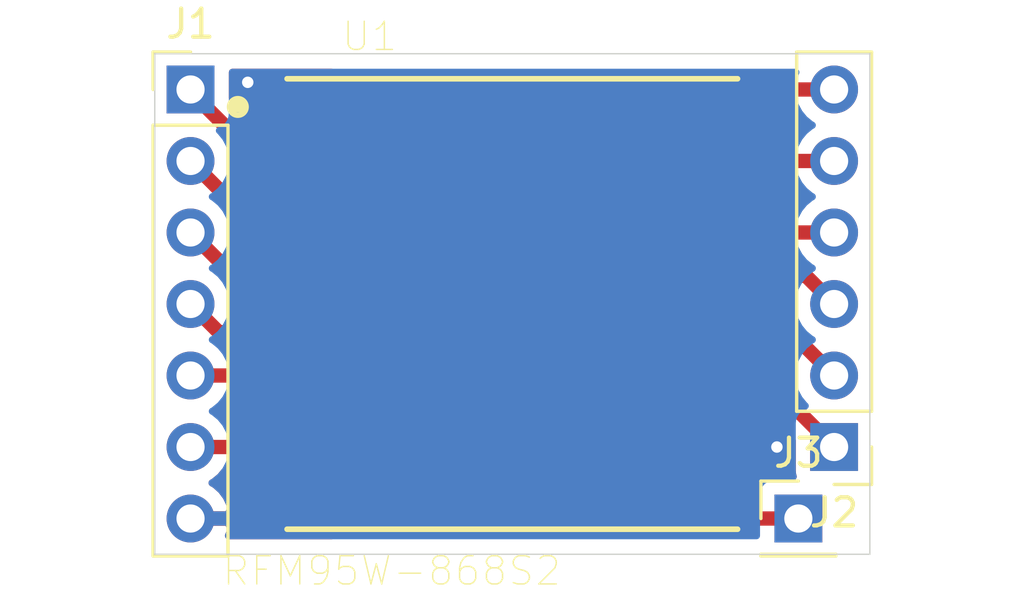
<source format=kicad_pcb>
(kicad_pcb (version 20171130) (host pcbnew "(5.1.0)-1")

  (general
    (thickness 1.6)
    (drawings 4)
    (tracks 38)
    (zones 0)
    (modules 4)
    (nets 15)
  )

  (page A4)
  (layers
    (0 F.Cu signal)
    (31 B.Cu signal)
    (32 B.Adhes user)
    (33 F.Adhes user)
    (34 B.Paste user)
    (35 F.Paste user)
    (36 B.SilkS user)
    (37 F.SilkS user)
    (38 B.Mask user)
    (39 F.Mask user)
    (40 Dwgs.User user)
    (41 Cmts.User user)
    (42 Eco1.User user)
    (43 Eco2.User user)
    (44 Edge.Cuts user)
    (45 Margin user)
    (46 B.CrtYd user)
    (47 F.CrtYd user)
    (48 B.Fab user)
    (49 F.Fab user)
  )

  (setup
    (last_trace_width 0.508)
    (trace_clearance 0.508)
    (zone_clearance 0.508)
    (zone_45_only no)
    (trace_min 0.381)
    (via_size 0.9144)
    (via_drill 0.4064)
    (via_min_size 0.889)
    (via_min_drill 0.381)
    (uvia_size 0.889)
    (uvia_drill 0.381)
    (uvias_allowed no)
    (uvia_min_size 0.889)
    (uvia_min_drill 0.381)
    (edge_width 0.05)
    (segment_width 0.2)
    (pcb_text_width 0.3)
    (pcb_text_size 1.5 1.5)
    (mod_edge_width 0.12)
    (mod_text_size 1 1)
    (mod_text_width 0.15)
    (pad_size 1.7 1.7)
    (pad_drill 1)
    (pad_to_mask_clearance 0.051)
    (solder_mask_min_width 0.25)
    (aux_axis_origin 0 0)
    (visible_elements FFFFFF7F)
    (pcbplotparams
      (layerselection 0x01000_ffffffff)
      (usegerberextensions false)
      (usegerberattributes false)
      (usegerberadvancedattributes false)
      (creategerberjobfile false)
      (excludeedgelayer true)
      (linewidth 0.100000)
      (plotframeref false)
      (viasonmask false)
      (mode 1)
      (useauxorigin false)
      (hpglpennumber 1)
      (hpglpenspeed 20)
      (hpglpendiameter 15.000000)
      (psnegative false)
      (psa4output false)
      (plotreference true)
      (plotvalue true)
      (plotinvisibletext false)
      (padsonsilk false)
      (subtractmaskfromsilk false)
      (outputformat 1)
      (mirror false)
      (drillshape 0)
      (scaleselection 1)
      (outputdirectory "gerbers/"))
  )

  (net 0 "")
  (net 1 "Net-(J1-Pad1)")
  (net 2 /MOSI)
  (net 3 "Net-(J1-Pad3)")
  (net 4 "Net-(J1-Pad4)")
  (net 5 "Net-(J1-Pad5)")
  (net 6 "Net-(J1-Pad6)")
  (net 7 GND)
  (net 8 "Net-(J2-Pad1)")
  (net 9 "Net-(J2-Pad2)")
  (net 10 VCC)
  (net 11 "Net-(J2-Pad4)")
  (net 12 "Net-(J2-Pad5)")
  (net 13 "Net-(J2-Pad6)")
  (net 14 "Net-(J3-Pad1)")

  (net_class Default "This is the default net class."
    (clearance 0.508)
    (trace_width 0.508)
    (via_dia 0.9144)
    (via_drill 0.4064)
    (uvia_dia 0.889)
    (uvia_drill 0.381)
    (diff_pair_width 0.508)
    (diff_pair_gap 0.508)
    (add_net /MOSI)
    (add_net GND)
    (add_net "Net-(J1-Pad1)")
    (add_net "Net-(J1-Pad3)")
    (add_net "Net-(J1-Pad4)")
    (add_net "Net-(J1-Pad5)")
    (add_net "Net-(J1-Pad6)")
    (add_net "Net-(J2-Pad1)")
    (add_net "Net-(J2-Pad2)")
    (add_net "Net-(J2-Pad4)")
    (add_net "Net-(J2-Pad5)")
    (add_net "Net-(J2-Pad6)")
    (add_net "Net-(J3-Pad1)")
    (add_net VCC)
  )

  (module Connector_PinHeader_2.54mm:PinHeader_1x07_P2.54mm_Vertical (layer F.Cu) (tedit 59FED5CC) (tstamp 5CB52C3F)
    (at 127 76.2)
    (descr "Through hole straight pin header, 1x07, 2.54mm pitch, single row")
    (tags "Through hole pin header THT 1x07 2.54mm single row")
    (path /5CB515F1)
    (fp_text reference J1 (at 0 -2.33) (layer F.SilkS)
      (effects (font (size 1 1) (thickness 0.15)))
    )
    (fp_text value Conn_01x07_Male (at 0 17.57) (layer F.Fab)
      (effects (font (size 1 1) (thickness 0.15)))
    )
    (fp_line (start -0.635 -1.27) (end 1.27 -1.27) (layer F.Fab) (width 0.1))
    (fp_line (start 1.27 -1.27) (end 1.27 16.51) (layer F.Fab) (width 0.1))
    (fp_line (start 1.27 16.51) (end -1.27 16.51) (layer F.Fab) (width 0.1))
    (fp_line (start -1.27 16.51) (end -1.27 -0.635) (layer F.Fab) (width 0.1))
    (fp_line (start -1.27 -0.635) (end -0.635 -1.27) (layer F.Fab) (width 0.1))
    (fp_line (start -1.33 16.57) (end 1.33 16.57) (layer F.SilkS) (width 0.12))
    (fp_line (start -1.33 1.27) (end -1.33 16.57) (layer F.SilkS) (width 0.12))
    (fp_line (start 1.33 1.27) (end 1.33 16.57) (layer F.SilkS) (width 0.12))
    (fp_line (start -1.33 1.27) (end 1.33 1.27) (layer F.SilkS) (width 0.12))
    (fp_line (start -1.33 0) (end -1.33 -1.33) (layer F.SilkS) (width 0.12))
    (fp_line (start -1.33 -1.33) (end 0 -1.33) (layer F.SilkS) (width 0.12))
    (fp_line (start -1.8 -1.8) (end -1.8 17.05) (layer F.CrtYd) (width 0.05))
    (fp_line (start -1.8 17.05) (end 1.8 17.05) (layer F.CrtYd) (width 0.05))
    (fp_line (start 1.8 17.05) (end 1.8 -1.8) (layer F.CrtYd) (width 0.05))
    (fp_line (start 1.8 -1.8) (end -1.8 -1.8) (layer F.CrtYd) (width 0.05))
    (fp_text user %R (at 0 7.62 90) (layer F.Fab)
      (effects (font (size 1 1) (thickness 0.15)))
    )
    (pad 1 thru_hole rect (at 0 0) (size 1.7 1.7) (drill 1) (layers *.Cu *.Mask)
      (net 1 "Net-(J1-Pad1)"))
    (pad 2 thru_hole oval (at 0 2.54) (size 1.7 1.7) (drill 1) (layers *.Cu *.Mask)
      (net 2 /MOSI))
    (pad 3 thru_hole oval (at 0 5.08) (size 1.7 1.7) (drill 1) (layers *.Cu *.Mask)
      (net 3 "Net-(J1-Pad3)"))
    (pad 4 thru_hole oval (at 0 7.62) (size 1.7 1.7) (drill 1) (layers *.Cu *.Mask)
      (net 4 "Net-(J1-Pad4)"))
    (pad 5 thru_hole oval (at 0 10.16) (size 1.7 1.7) (drill 1) (layers *.Cu *.Mask)
      (net 5 "Net-(J1-Pad5)"))
    (pad 6 thru_hole oval (at 0 12.7) (size 1.7 1.7) (drill 1) (layers *.Cu *.Mask)
      (net 6 "Net-(J1-Pad6)"))
    (pad 7 thru_hole oval (at 0 15.24) (size 1.7 1.7) (drill 1) (layers *.Cu *.Mask)
      (net 7 GND))
    (model ${KISYS3DMOD}/Connector_PinHeader_2.54mm.3dshapes/PinHeader_1x07_P2.54mm_Vertical.wrl
      (at (xyz 0 0 0))
      (scale (xyz 1 1 1))
      (rotate (xyz 0 0 0))
    )
  )

  (module Connector_PinHeader_2.54mm:PinHeader_1x06_P2.54mm_Vertical (layer F.Cu) (tedit 59FED5CC) (tstamp 5CB52B4F)
    (at 149.86 88.9 180)
    (descr "Through hole straight pin header, 1x06, 2.54mm pitch, single row")
    (tags "Through hole pin header THT 1x06 2.54mm single row")
    (path /5CB4FED9)
    (fp_text reference J2 (at 0 -2.33 180) (layer F.SilkS)
      (effects (font (size 1 1) (thickness 0.15)))
    )
    (fp_text value Conn_01x06_Male (at 0 15.03 180) (layer F.Fab)
      (effects (font (size 1 1) (thickness 0.15)))
    )
    (fp_line (start -0.635 -1.27) (end 1.27 -1.27) (layer F.Fab) (width 0.1))
    (fp_line (start 1.27 -1.27) (end 1.27 13.97) (layer F.Fab) (width 0.1))
    (fp_line (start 1.27 13.97) (end -1.27 13.97) (layer F.Fab) (width 0.1))
    (fp_line (start -1.27 13.97) (end -1.27 -0.635) (layer F.Fab) (width 0.1))
    (fp_line (start -1.27 -0.635) (end -0.635 -1.27) (layer F.Fab) (width 0.1))
    (fp_line (start -1.33 14.03) (end 1.33 14.03) (layer F.SilkS) (width 0.12))
    (fp_line (start -1.33 1.27) (end -1.33 14.03) (layer F.SilkS) (width 0.12))
    (fp_line (start 1.33 1.27) (end 1.33 14.03) (layer F.SilkS) (width 0.12))
    (fp_line (start -1.33 1.27) (end 1.33 1.27) (layer F.SilkS) (width 0.12))
    (fp_line (start -1.33 0) (end -1.33 -1.33) (layer F.SilkS) (width 0.12))
    (fp_line (start -1.33 -1.33) (end 0 -1.33) (layer F.SilkS) (width 0.12))
    (fp_line (start -1.8 -1.8) (end -1.8 14.5) (layer F.CrtYd) (width 0.05))
    (fp_line (start -1.8 14.5) (end 1.8 14.5) (layer F.CrtYd) (width 0.05))
    (fp_line (start 1.8 14.5) (end 1.8 -1.8) (layer F.CrtYd) (width 0.05))
    (fp_line (start 1.8 -1.8) (end -1.8 -1.8) (layer F.CrtYd) (width 0.05))
    (fp_text user %R (at 0 6.35 270) (layer F.Fab)
      (effects (font (size 1 1) (thickness 0.15)))
    )
    (pad 1 thru_hole rect (at 0 0 180) (size 1.7 1.7) (drill 1) (layers *.Cu *.Mask)
      (net 8 "Net-(J2-Pad1)"))
    (pad 2 thru_hole oval (at 0 2.54 180) (size 1.7 1.7) (drill 1) (layers *.Cu *.Mask)
      (net 9 "Net-(J2-Pad2)"))
    (pad 3 thru_hole oval (at 0 5.08 180) (size 1.7 1.7) (drill 1) (layers *.Cu *.Mask)
      (net 10 VCC))
    (pad 4 thru_hole oval (at 0 7.62 180) (size 1.7 1.7) (drill 1) (layers *.Cu *.Mask)
      (net 11 "Net-(J2-Pad4)"))
    (pad 5 thru_hole oval (at 0 10.16 180) (size 1.7 1.7) (drill 1) (layers *.Cu *.Mask)
      (net 12 "Net-(J2-Pad5)"))
    (pad 6 thru_hole oval (at 0 12.7 180) (size 1.7 1.7) (drill 1) (layers *.Cu *.Mask)
      (net 13 "Net-(J2-Pad6)"))
    (model ${KISYS3DMOD}/Connector_PinHeader_2.54mm.3dshapes/PinHeader_1x06_P2.54mm_Vertical.wrl
      (at (xyz 0 0 0))
      (scale (xyz 1 1 1))
      (rotate (xyz 0 0 0))
    )
  )

  (module Connector_PinHeader_2.54mm:PinHeader_1x01_P2.54mm_Vertical (layer F.Cu) (tedit 59FED5CC) (tstamp 5CB529EA)
    (at 148.59 91.44)
    (descr "Through hole straight pin header, 1x01, 2.54mm pitch, single row")
    (tags "Through hole pin header THT 1x01 2.54mm single row")
    (path /5CB4EEA3)
    (fp_text reference J3 (at 0 -2.33) (layer F.SilkS)
      (effects (font (size 1 1) (thickness 0.15)))
    )
    (fp_text value Conn_01x01_Male (at 0 2.33) (layer F.Fab)
      (effects (font (size 1 1) (thickness 0.15)))
    )
    (fp_line (start -0.635 -1.27) (end 1.27 -1.27) (layer F.Fab) (width 0.1))
    (fp_line (start 1.27 -1.27) (end 1.27 1.27) (layer F.Fab) (width 0.1))
    (fp_line (start 1.27 1.27) (end -1.27 1.27) (layer F.Fab) (width 0.1))
    (fp_line (start -1.27 1.27) (end -1.27 -0.635) (layer F.Fab) (width 0.1))
    (fp_line (start -1.27 -0.635) (end -0.635 -1.27) (layer F.Fab) (width 0.1))
    (fp_line (start -1.33 1.33) (end 1.33 1.33) (layer F.SilkS) (width 0.12))
    (fp_line (start -1.33 1.27) (end -1.33 1.33) (layer F.SilkS) (width 0.12))
    (fp_line (start 1.33 1.27) (end 1.33 1.33) (layer F.SilkS) (width 0.12))
    (fp_line (start -1.33 1.27) (end 1.33 1.27) (layer F.SilkS) (width 0.12))
    (fp_line (start -1.33 0) (end -1.33 -1.33) (layer F.SilkS) (width 0.12))
    (fp_line (start -1.33 -1.33) (end 0 -1.33) (layer F.SilkS) (width 0.12))
    (fp_line (start -1.8 -1.8) (end -1.8 1.8) (layer F.CrtYd) (width 0.05))
    (fp_line (start -1.8 1.8) (end 1.8 1.8) (layer F.CrtYd) (width 0.05))
    (fp_line (start 1.8 1.8) (end 1.8 -1.8) (layer F.CrtYd) (width 0.05))
    (fp_line (start 1.8 -1.8) (end -1.8 -1.8) (layer F.CrtYd) (width 0.05))
    (fp_text user %R (at 0 0 90) (layer F.Fab)
      (effects (font (size 1 1) (thickness 0.15)))
    )
    (pad 1 thru_hole rect (at 0 0) (size 1.7 1.7) (drill 1) (layers *.Cu *.Mask)
      (net 14 "Net-(J3-Pad1)"))
    (model ${KISYS3DMOD}/Connector_PinHeader_2.54mm.3dshapes/PinHeader_1x01_P2.54mm_Vertical.wrl
      (at (xyz 0 0 0))
      (scale (xyz 1 1 1))
      (rotate (xyz 0 0 0))
    )
  )

  (module RFM95W-868S2:XCVR_RFM95W-868S2 (layer F.Cu) (tedit 0) (tstamp 5CB52FDC)
    (at 138.43 83.82)
    (path /5CB4D65F)
    (attr smd)
    (fp_text reference U1 (at -5.06971 -9.50318) (layer F.SilkS)
      (effects (font (size 1.00191 1.00191) (thickness 0.05)))
    )
    (fp_text value RFM95W-868S2 (at -4.28272 9.48215) (layer F.SilkS)
      (effects (font (size 1.00181 1.00181) (thickness 0.05)))
    )
    (fp_line (start -8 -8) (end 8 -8) (layer F.SilkS) (width 0.2))
    (fp_line (start 8 -8) (end 8 8) (layer Eco2.User) (width 0.2))
    (fp_line (start 8 8) (end -8 8) (layer F.SilkS) (width 0.2))
    (fp_line (start -8 8) (end -8 -8) (layer Eco2.User) (width 0.2))
    (fp_line (start -8.65 -8.25) (end 8.65 -8.25) (layer Eco1.User) (width 0.05))
    (fp_line (start 8.65 -8.25) (end 8.65 8.25) (layer Eco1.User) (width 0.05))
    (fp_line (start 8.65 8.25) (end -8.65 8.25) (layer Eco1.User) (width 0.05))
    (fp_line (start -8.65 8.25) (end -8.65 -8.25) (layer Eco1.User) (width 0.05))
    (fp_circle (center -9.75 -7) (end -9.45845 -7) (layer F.SilkS) (width 0.2))
    (fp_poly (pts (xy -10.0115 -7.2) (xy -9.5 -7.2) (xy -9.5 -6.8078) (xy -10.0115 -6.8078)) (layer F.SilkS) (width 0))
    (pad 1 smd rect (at -7.4 -7) (size 1.95 1.05) (layers F.Cu F.Paste F.Mask)
      (net 7 GND))
    (pad 2 smd rect (at -7.4 -5) (size 1.95 1.05) (layers F.Cu F.Paste F.Mask)
      (net 1 "Net-(J1-Pad1)"))
    (pad 3 smd rect (at -7.4 -3) (size 1.95 1.05) (layers F.Cu F.Paste F.Mask)
      (net 2 /MOSI))
    (pad 4 smd rect (at -7.4 -1) (size 1.95 1.05) (layers F.Cu F.Paste F.Mask)
      (net 3 "Net-(J1-Pad3)"))
    (pad 5 smd rect (at -7.4 1) (size 1.95 1.05) (layers F.Cu F.Paste F.Mask)
      (net 4 "Net-(J1-Pad4)"))
    (pad 6 smd rect (at -7.4 3) (size 1.95 1.05) (layers F.Cu F.Paste F.Mask)
      (net 5 "Net-(J1-Pad5)"))
    (pad 7 smd rect (at -7.4 5) (size 1.95 1.05) (layers F.Cu F.Paste F.Mask)
      (net 6 "Net-(J1-Pad6)"))
    (pad 8 smd rect (at -7.4 7) (size 1.95 1.05) (layers F.Cu F.Paste F.Mask)
      (net 7 GND))
    (pad 9 smd rect (at 7.4 7 180) (size 1.95 1.05) (layers F.Cu F.Paste F.Mask)
      (net 14 "Net-(J3-Pad1)"))
    (pad 10 smd rect (at 7.4 5 180) (size 1.95 1.05) (layers F.Cu F.Paste F.Mask)
      (net 7 GND))
    (pad 11 smd rect (at 7.4 3 180) (size 1.95 1.05) (layers F.Cu F.Paste F.Mask)
      (net 8 "Net-(J2-Pad1)"))
    (pad 12 smd rect (at 7.4 1 180) (size 1.95 1.05) (layers F.Cu F.Paste F.Mask)
      (net 9 "Net-(J2-Pad2)"))
    (pad 13 smd rect (at 7.4 -1 180) (size 1.95 1.05) (layers F.Cu F.Paste F.Mask)
      (net 10 VCC))
    (pad 14 smd rect (at 7.4 -3 180) (size 1.95 1.05) (layers F.Cu F.Paste F.Mask)
      (net 11 "Net-(J2-Pad4)"))
    (pad 15 smd rect (at 7.4 -5 180) (size 1.95 1.05) (layers F.Cu F.Paste F.Mask)
      (net 12 "Net-(J2-Pad5)"))
    (pad 16 smd rect (at 7.4 -7 180) (size 1.95 1.05) (layers F.Cu F.Paste F.Mask)
      (net 13 "Net-(J2-Pad6)"))
  )

  (gr_line (start 125.73 92.71) (end 125.73 74.93) (layer Edge.Cuts) (width 0.05) (tstamp 5CB53040))
  (gr_line (start 151.13 92.71) (end 125.73 92.71) (layer Edge.Cuts) (width 0.05))
  (gr_line (start 151.13 74.93) (end 151.13 92.71) (layer Edge.Cuts) (width 0.05))
  (gr_line (start 125.73 74.93) (end 151.13 74.93) (layer Edge.Cuts) (width 0.05))

  (via (at 147.828 88.9) (size 0.9144) (drill 0.4064) (layers F.Cu B.Cu) (net 7))
  (segment (start 129.547 78.82) (end 131.03 78.82) (width 0.508) (layer F.Cu) (net 1))
  (segment (start 127 76.273) (end 129.547 78.82) (width 0.508) (layer F.Cu) (net 1))
  (segment (start 127 76.2) (end 127 76.273) (width 0.508) (layer F.Cu) (net 1))
  (segment (start 129.08 80.82) (end 131.03 80.82) (width 0.508) (layer F.Cu) (net 2))
  (segment (start 127 78.74) (end 129.08 80.82) (width 0.508) (layer F.Cu) (net 2))
  (segment (start 128.54 82.82) (end 131.03 82.82) (width 0.508) (layer F.Cu) (net 3))
  (segment (start 127 81.28) (end 128.54 82.82) (width 0.508) (layer F.Cu) (net 3))
  (segment (start 128 84.82) (end 131.03 84.82) (width 0.508) (layer F.Cu) (net 4))
  (segment (start 127 83.82) (end 128 84.82) (width 0.508) (layer F.Cu) (net 4))
  (segment (start 131.03 86.82) (end 129.238 86.82) (width 0.508) (layer F.Cu) (net 5))
  (segment (start 128.778 86.36) (end 127 86.36) (width 0.508) (layer F.Cu) (net 5))
  (segment (start 129.238 86.82) (end 128.778 86.36) (width 0.508) (layer F.Cu) (net 5))
  (segment (start 129.547 88.82) (end 129.467 88.9) (width 0.508) (layer F.Cu) (net 6))
  (segment (start 131.03 88.82) (end 129.547 88.82) (width 0.508) (layer F.Cu) (net 6))
  (segment (start 129.467 88.9) (end 127 88.9) (width 0.508) (layer F.Cu) (net 6))
  (segment (start 129.547 90.82) (end 128.927 91.44) (width 0.508) (layer F.Cu) (net 7))
  (segment (start 131.03 90.82) (end 129.547 90.82) (width 0.508) (layer F.Cu) (net 7))
  (segment (start 128.927 91.44) (end 127 91.44) (width 0.508) (layer F.Cu) (net 7))
  (via (at 129.032 75.946) (size 0.9144) (drill 0.4064) (layers F.Cu B.Cu) (net 7))
  (segment (start 147.78 86.82) (end 149.86 88.9) (width 0.508) (layer F.Cu) (net 8))
  (segment (start 145.83 86.82) (end 147.78 86.82) (width 0.508) (layer F.Cu) (net 8))
  (segment (start 148.32 84.82) (end 149.86 86.36) (width 0.508) (layer F.Cu) (net 9))
  (segment (start 145.83 84.82) (end 148.32 84.82) (width 0.508) (layer F.Cu) (net 9))
  (segment (start 148.86 82.82) (end 149.86 83.82) (width 0.508) (layer F.Cu) (net 10))
  (segment (start 145.83 82.82) (end 148.86 82.82) (width 0.508) (layer F.Cu) (net 10))
  (segment (start 145.83 80.82) (end 147.368 80.82) (width 0.508) (layer F.Cu) (net 11))
  (segment (start 147.828 81.28) (end 149.86 81.28) (width 0.508) (layer F.Cu) (net 11))
  (segment (start 147.368 80.82) (end 147.828 81.28) (width 0.508) (layer F.Cu) (net 11))
  (segment (start 145.83 78.82) (end 147.748 78.82) (width 0.508) (layer F.Cu) (net 12))
  (segment (start 147.828 78.74) (end 149.86 78.74) (width 0.508) (layer F.Cu) (net 12))
  (segment (start 147.748 78.82) (end 147.828 78.74) (width 0.508) (layer F.Cu) (net 12))
  (segment (start 145.83 76.82) (end 147.462 76.82) (width 0.508) (layer F.Cu) (net 13))
  (segment (start 148.082 76.2) (end 149.86 76.2) (width 0.508) (layer F.Cu) (net 13))
  (segment (start 147.462 76.82) (end 148.082 76.2) (width 0.508) (layer F.Cu) (net 13))
  (segment (start 145.83 90.82) (end 146.573 90.82) (width 0.508) (layer F.Cu) (net 14))
  (segment (start 147.193 91.44) (end 148.59 91.44) (width 0.508) (layer F.Cu) (net 14))
  (segment (start 146.573 90.82) (end 147.193 91.44) (width 0.508) (layer F.Cu) (net 14))

  (zone (net 0) (net_name "") (layer F.Cu) (tstamp 0) (hatch edge 0.508)
    (connect_pads (clearance 0.508))
    (min_thickness 0.254)
    (keepout (tracks not_allowed) (vias not_allowed) (copperpour not_allowed))
    (fill (arc_segments 32) (thermal_gap 0.508) (thermal_bridge_width 0.508))
    (polygon
      (pts
        (xy 132.08 75.692) (xy 144.78 75.692) (xy 144.78 91.948) (xy 132.08 91.948)
      )
    )
  )
  (zone (net 7) (net_name GND) (layer F.Cu) (tstamp 5CB530CC) (hatch edge 0.508)
    (connect_pads (clearance 0.508))
    (min_thickness 0.254)
    (fill yes (arc_segments 32) (thermal_gap 0.508) (thermal_bridge_width 0.508))
    (polygon
      (pts
        (xy 125.73 74.93) (xy 151.13 74.93) (xy 151.13 92.71) (xy 125.73 92.71)
      )
    )
    (filled_polygon
      (pts
        (xy 129.603815 89.796185) (xy 129.632834 89.82) (xy 129.603815 89.843815) (xy 129.524463 89.940506) (xy 129.465498 90.05082)
        (xy 129.429188 90.170518) (xy 129.416928 90.295) (xy 129.42 90.53425) (xy 129.57875 90.693) (xy 130.903 90.693)
        (xy 130.903 90.673) (xy 131.157 90.673) (xy 131.157 90.693) (xy 131.177 90.693) (xy 131.177 90.947)
        (xy 131.157 90.947) (xy 131.157 91.82125) (xy 131.31575 91.98) (xy 131.9585 91.982865) (xy 131.962667 91.996601)
        (xy 131.974403 92.018557) (xy 131.990197 92.037803) (xy 132.00506 92.05) (xy 128.346383 92.05) (xy 128.396825 91.944099)
        (xy 128.441476 91.79689) (xy 128.320155 91.567) (xy 127.127 91.567) (xy 127.127 91.587) (xy 126.873 91.587)
        (xy 126.873 91.567) (xy 126.853 91.567) (xy 126.853 91.345) (xy 129.416928 91.345) (xy 129.429188 91.469482)
        (xy 129.465498 91.58918) (xy 129.524463 91.699494) (xy 129.603815 91.796185) (xy 129.700506 91.875537) (xy 129.81082 91.934502)
        (xy 129.930518 91.970812) (xy 130.055 91.983072) (xy 130.74425 91.98) (xy 130.903 91.82125) (xy 130.903 90.947)
        (xy 129.57875 90.947) (xy 129.42 91.10575) (xy 129.416928 91.345) (xy 126.853 91.345) (xy 126.853 91.313)
        (xy 126.873 91.313) (xy 126.873 91.293) (xy 127.127 91.293) (xy 127.127 91.313) (xy 128.320155 91.313)
        (xy 128.441476 91.08311) (xy 128.396825 90.935901) (xy 128.271641 90.67308) (xy 128.097588 90.439731) (xy 127.881355 90.244822)
        (xy 127.764477 90.175201) (xy 127.829014 90.140706) (xy 128.055134 89.955134) (xy 128.191477 89.789) (xy 129.42334 89.789)
        (xy 129.467 89.7933) (xy 129.51066 89.789) (xy 129.510667 89.789) (xy 129.591393 89.781049)
      )
    )
    (filled_polygon
      (pts
        (xy 148.371928 88.669164) (xy 148.371928 89.75) (xy 148.384188 89.874482) (xy 148.407681 89.951928) (xy 147.74 89.951928)
        (xy 147.615518 89.964188) (xy 147.49582 90.000498) (xy 147.395503 90.054119) (xy 147.394502 90.05082) (xy 147.335537 89.940506)
        (xy 147.256185 89.843815) (xy 147.227166 89.82) (xy 147.256185 89.796185) (xy 147.335537 89.699494) (xy 147.394502 89.58918)
        (xy 147.430812 89.469482) (xy 147.443072 89.345) (xy 147.44 89.10575) (xy 147.28125 88.947) (xy 145.957 88.947)
        (xy 145.957 88.967) (xy 145.703 88.967) (xy 145.703 88.947) (xy 145.683 88.947) (xy 145.683 88.693)
        (xy 145.703 88.693) (xy 145.703 88.673) (xy 145.957 88.673) (xy 145.957 88.693) (xy 147.28125 88.693)
        (xy 147.44 88.53425) (xy 147.443072 88.295) (xy 147.430812 88.170518) (xy 147.394502 88.05082) (xy 147.335537 87.940506)
        (xy 147.256185 87.843815) (xy 147.227166 87.82) (xy 147.256185 87.796185) (xy 147.327736 87.709) (xy 147.411765 87.709)
      )
    )
    (filled_polygon
      (pts
        (xy 131.990197 75.602197) (xy 131.974403 75.621443) (xy 131.962667 75.643399) (xy 131.9585 75.657135) (xy 131.31575 75.66)
        (xy 131.157 75.81875) (xy 131.157 76.693) (xy 131.177 76.693) (xy 131.177 76.947) (xy 131.157 76.947)
        (xy 131.157 76.967) (xy 130.903 76.967) (xy 130.903 76.947) (xy 129.57875 76.947) (xy 129.42 77.10575)
        (xy 129.416928 77.345) (xy 129.426508 77.442272) (xy 128.488072 76.503837) (xy 128.488072 76.295) (xy 129.416928 76.295)
        (xy 129.42 76.53425) (xy 129.57875 76.693) (xy 130.903 76.693) (xy 130.903 75.81875) (xy 130.74425 75.66)
        (xy 130.055 75.656928) (xy 129.930518 75.669188) (xy 129.81082 75.705498) (xy 129.700506 75.764463) (xy 129.603815 75.843815)
        (xy 129.524463 75.940506) (xy 129.465498 76.05082) (xy 129.429188 76.170518) (xy 129.416928 76.295) (xy 128.488072 76.295)
        (xy 128.488072 75.59) (xy 132.00506 75.59)
      )
    )
  )
  (zone (net 7) (net_name GND) (layer B.Cu) (tstamp 5CB530C9) (hatch edge 0.508)
    (connect_pads (clearance 0.508))
    (min_thickness 0.254)
    (fill yes (arc_segments 32) (thermal_gap 0.508) (thermal_bridge_width 0.508))
    (polygon
      (pts
        (xy 125.73 74.93) (xy 151.13 74.93) (xy 151.13 92.71) (xy 125.73 92.71)
      )
    )
    (filled_polygon
      (pts
        (xy 148.481401 75.628966) (xy 148.396487 75.908889) (xy 148.367815 76.2) (xy 148.396487 76.491111) (xy 148.481401 76.771034)
        (xy 148.619294 77.029014) (xy 148.804866 77.255134) (xy 149.030986 77.440706) (xy 149.085791 77.47) (xy 149.030986 77.499294)
        (xy 148.804866 77.684866) (xy 148.619294 77.910986) (xy 148.481401 78.168966) (xy 148.396487 78.448889) (xy 148.367815 78.74)
        (xy 148.396487 79.031111) (xy 148.481401 79.311034) (xy 148.619294 79.569014) (xy 148.804866 79.795134) (xy 149.030986 79.980706)
        (xy 149.085791 80.01) (xy 149.030986 80.039294) (xy 148.804866 80.224866) (xy 148.619294 80.450986) (xy 148.481401 80.708966)
        (xy 148.396487 80.988889) (xy 148.367815 81.28) (xy 148.396487 81.571111) (xy 148.481401 81.851034) (xy 148.619294 82.109014)
        (xy 148.804866 82.335134) (xy 149.030986 82.520706) (xy 149.085791 82.55) (xy 149.030986 82.579294) (xy 148.804866 82.764866)
        (xy 148.619294 82.990986) (xy 148.481401 83.248966) (xy 148.396487 83.528889) (xy 148.367815 83.82) (xy 148.396487 84.111111)
        (xy 148.481401 84.391034) (xy 148.619294 84.649014) (xy 148.804866 84.875134) (xy 149.030986 85.060706) (xy 149.085791 85.09)
        (xy 149.030986 85.119294) (xy 148.804866 85.304866) (xy 148.619294 85.530986) (xy 148.481401 85.788966) (xy 148.396487 86.068889)
        (xy 148.367815 86.36) (xy 148.396487 86.651111) (xy 148.481401 86.931034) (xy 148.619294 87.189014) (xy 148.804866 87.415134)
        (xy 148.834687 87.439607) (xy 148.76582 87.460498) (xy 148.655506 87.519463) (xy 148.558815 87.598815) (xy 148.479463 87.695506)
        (xy 148.420498 87.80582) (xy 148.384188 87.925518) (xy 148.371928 88.05) (xy 148.371928 89.75) (xy 148.384188 89.874482)
        (xy 148.407681 89.951928) (xy 147.74 89.951928) (xy 147.615518 89.964188) (xy 147.49582 90.000498) (xy 147.385506 90.059463)
        (xy 147.288815 90.138815) (xy 147.209463 90.235506) (xy 147.150498 90.34582) (xy 147.114188 90.465518) (xy 147.101928 90.59)
        (xy 147.101928 92.05) (xy 128.346383 92.05) (xy 128.396825 91.944099) (xy 128.441476 91.79689) (xy 128.320155 91.567)
        (xy 127.127 91.567) (xy 127.127 91.587) (xy 126.873 91.587) (xy 126.873 91.567) (xy 126.853 91.567)
        (xy 126.853 91.313) (xy 126.873 91.313) (xy 126.873 91.293) (xy 127.127 91.293) (xy 127.127 91.313)
        (xy 128.320155 91.313) (xy 128.441476 91.08311) (xy 128.396825 90.935901) (xy 128.271641 90.67308) (xy 128.097588 90.439731)
        (xy 127.881355 90.244822) (xy 127.764477 90.175201) (xy 127.829014 90.140706) (xy 128.055134 89.955134) (xy 128.240706 89.729014)
        (xy 128.378599 89.471034) (xy 128.463513 89.191111) (xy 128.492185 88.9) (xy 128.463513 88.608889) (xy 128.378599 88.328966)
        (xy 128.240706 88.070986) (xy 128.055134 87.844866) (xy 127.829014 87.659294) (xy 127.774209 87.63) (xy 127.829014 87.600706)
        (xy 128.055134 87.415134) (xy 128.240706 87.189014) (xy 128.378599 86.931034) (xy 128.463513 86.651111) (xy 128.492185 86.36)
        (xy 128.463513 86.068889) (xy 128.378599 85.788966) (xy 128.240706 85.530986) (xy 128.055134 85.304866) (xy 127.829014 85.119294)
        (xy 127.774209 85.09) (xy 127.829014 85.060706) (xy 128.055134 84.875134) (xy 128.240706 84.649014) (xy 128.378599 84.391034)
        (xy 128.463513 84.111111) (xy 128.492185 83.82) (xy 128.463513 83.528889) (xy 128.378599 83.248966) (xy 128.240706 82.990986)
        (xy 128.055134 82.764866) (xy 127.829014 82.579294) (xy 127.774209 82.55) (xy 127.829014 82.520706) (xy 128.055134 82.335134)
        (xy 128.240706 82.109014) (xy 128.378599 81.851034) (xy 128.463513 81.571111) (xy 128.492185 81.28) (xy 128.463513 80.988889)
        (xy 128.378599 80.708966) (xy 128.240706 80.450986) (xy 128.055134 80.224866) (xy 127.829014 80.039294) (xy 127.774209 80.01)
        (xy 127.829014 79.980706) (xy 128.055134 79.795134) (xy 128.240706 79.569014) (xy 128.378599 79.311034) (xy 128.463513 79.031111)
        (xy 128.492185 78.74) (xy 128.463513 78.448889) (xy 128.378599 78.168966) (xy 128.240706 77.910986) (xy 128.055134 77.684866)
        (xy 128.025313 77.660393) (xy 128.09418 77.639502) (xy 128.204494 77.580537) (xy 128.301185 77.501185) (xy 128.380537 77.404494)
        (xy 128.439502 77.29418) (xy 128.475812 77.174482) (xy 128.488072 77.05) (xy 128.488072 75.59) (xy 148.502229 75.59)
      )
    )
  )
)

</source>
